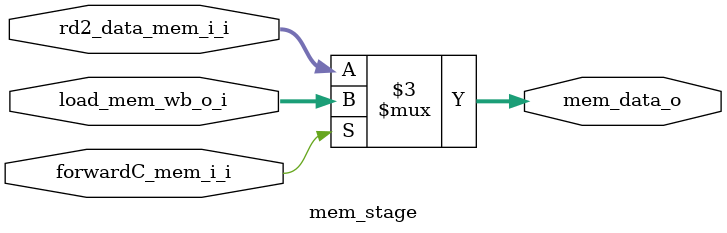
<source format=v>
module mem_stage(
	input       [31:0]      rd2_data_mem_i_i,           //要写进ram的rs2地址对应的数据从ex_mem模块先经过mem_stage
	input       [31:0]      load_mem_wb_o_i,            //
	input                   forwardC_mem_i_i,           //forwardC_ex_mem_o
	output  reg [31:0]      mem_data_o

    );
    always @(*) begin
        case (forwardC_mem_i_i)
            1: begin
                mem_data_o = load_mem_wb_o_i;
            end
            default:begin
                mem_data_o = rd2_data_mem_i_i;
            end 
        endcase
    end
endmodule


</source>
